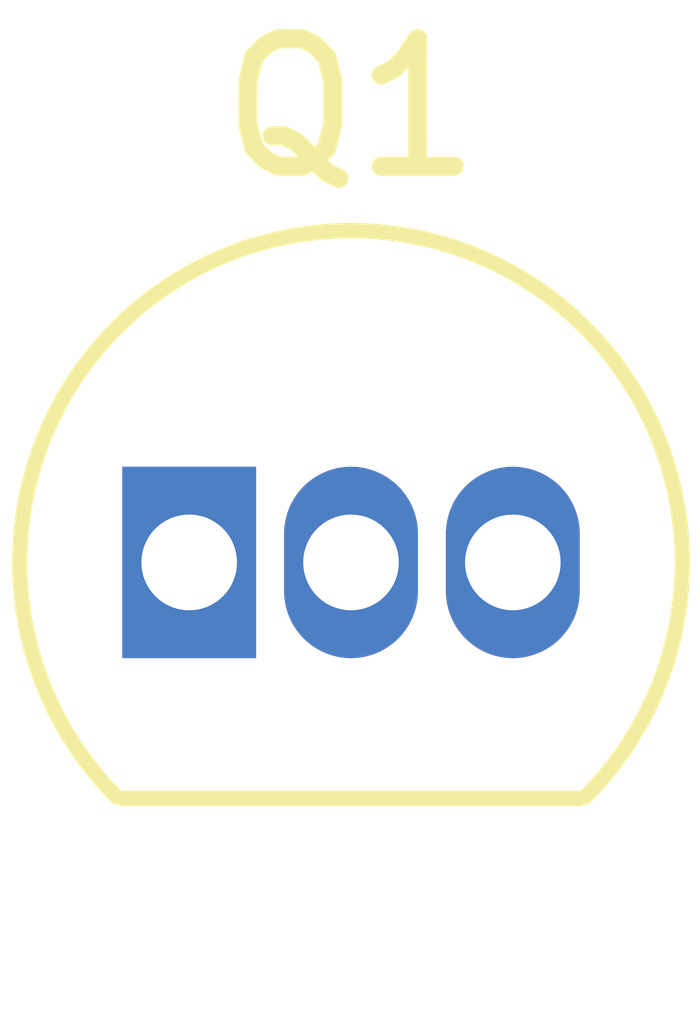
<source format=kicad_pcb>
(kicad_pcb (version 20171130) (host pcbnew "(5.1.4-0-10_14)")

  (general
    (thickness 1.6)
    (drawings 0)
    (tracks 0)
    (zones 0)
    (modules 1)
    (nets 4)
  )

  (page A4)
  (layers
    (0 F.Cu signal)
    (31 B.Cu signal)
    (32 B.Adhes user)
    (33 F.Adhes user)
    (34 B.Paste user)
    (35 F.Paste user)
    (36 B.SilkS user)
    (37 F.SilkS user)
    (38 B.Mask user)
    (39 F.Mask user)
    (40 Dwgs.User user)
    (41 Cmts.User user)
    (42 Eco1.User user)
    (43 Eco2.User user)
    (44 Edge.Cuts user)
    (45 Margin user)
    (46 B.CrtYd user)
    (47 F.CrtYd user)
    (48 B.Fab user)
    (49 F.Fab user)
  )

  (setup
    (last_trace_width 0.25)
    (trace_clearance 0.2)
    (zone_clearance 0.508)
    (zone_45_only no)
    (trace_min 0.2)
    (via_size 0.8)
    (via_drill 0.4)
    (via_min_size 0.4)
    (via_min_drill 0.3)
    (uvia_size 0.3)
    (uvia_drill 0.1)
    (uvias_allowed no)
    (uvia_min_size 0.2)
    (uvia_min_drill 0.1)
    (edge_width 0.05)
    (segment_width 0.2)
    (pcb_text_width 0.3)
    (pcb_text_size 1.5 1.5)
    (mod_edge_width 0.12)
    (mod_text_size 1 1)
    (mod_text_width 0.15)
    (pad_size 1.524 1.524)
    (pad_drill 0.762)
    (pad_to_mask_clearance 0.051)
    (solder_mask_min_width 0.25)
    (aux_axis_origin 0 0)
    (visible_elements FFFFFF7F)
    (pcbplotparams
      (layerselection 0x010fc_ffffffff)
      (usegerberextensions false)
      (usegerberattributes false)
      (usegerberadvancedattributes false)
      (creategerberjobfile false)
      (excludeedgelayer true)
      (linewidth 0.100000)
      (plotframeref false)
      (viasonmask false)
      (mode 1)
      (useauxorigin false)
      (hpglpennumber 1)
      (hpglpenspeed 20)
      (hpglpendiameter 15.000000)
      (psnegative false)
      (psa4output false)
      (plotreference true)
      (plotvalue true)
      (plotinvisibletext false)
      (padsonsilk false)
      (subtractmaskfromsilk false)
      (outputformat 1)
      (mirror false)
      (drillshape 1)
      (scaleselection 1)
      (outputdirectory ""))
  )

  (net 0 "")
  (net 1 "Net-(Q1-Pad1)")
  (net 2 "Net-(Q1-Pad3)")
  (net 3 "Net-(Q1-Pad2)")

  (net_class Default "This is the default net class."
    (clearance 0.2)
    (trace_width 0.25)
    (via_dia 0.8)
    (via_drill 0.4)
    (uvia_dia 0.3)
    (uvia_drill 0.1)
    (add_net "Net-(Q1-Pad1)")
    (add_net "Net-(Q1-Pad2)")
    (add_net "Net-(Q1-Pad3)")
  )

  (module Package_TO_SOT_THT:TO-92_Inline (layer F.Cu) (tedit 5A1DD157) (tstamp 5D98E211)
    (at 104.14 49.53)
    (descr "TO-92 leads in-line, narrow, oval pads, drill 0.75mm (see NXP sot054_po.pdf)")
    (tags "to-92 sc-43 sc-43a sot54 PA33 transistor")
    (path /5D99479D)
    (fp_text reference Q1 (at 1.27 -3.56) (layer F.SilkS)
      (effects (font (size 1 1) (thickness 0.15)))
    )
    (fp_text value BC560 (at 1.27 2.79) (layer F.Fab)
      (effects (font (size 1 1) (thickness 0.15)))
    )
    (fp_arc (start 1.27 0) (end 1.27 -2.6) (angle 135) (layer F.SilkS) (width 0.12))
    (fp_arc (start 1.27 0) (end 1.27 -2.48) (angle -135) (layer F.Fab) (width 0.1))
    (fp_arc (start 1.27 0) (end 1.27 -2.6) (angle -135) (layer F.SilkS) (width 0.12))
    (fp_arc (start 1.27 0) (end 1.27 -2.48) (angle 135) (layer F.Fab) (width 0.1))
    (fp_line (start 4 2.01) (end -1.46 2.01) (layer F.CrtYd) (width 0.05))
    (fp_line (start 4 2.01) (end 4 -2.73) (layer F.CrtYd) (width 0.05))
    (fp_line (start -1.46 -2.73) (end -1.46 2.01) (layer F.CrtYd) (width 0.05))
    (fp_line (start -1.46 -2.73) (end 4 -2.73) (layer F.CrtYd) (width 0.05))
    (fp_line (start -0.5 1.75) (end 3 1.75) (layer F.Fab) (width 0.1))
    (fp_line (start -0.53 1.85) (end 3.07 1.85) (layer F.SilkS) (width 0.12))
    (fp_text user %R (at 1.27 -3.56) (layer F.Fab)
      (effects (font (size 1 1) (thickness 0.15)))
    )
    (pad 1 thru_hole rect (at 0 0) (size 1.05 1.5) (drill 0.75) (layers *.Cu *.Mask)
      (net 1 "Net-(Q1-Pad1)"))
    (pad 3 thru_hole oval (at 2.54 0) (size 1.05 1.5) (drill 0.75) (layers *.Cu *.Mask)
      (net 2 "Net-(Q1-Pad3)"))
    (pad 2 thru_hole oval (at 1.27 0) (size 1.05 1.5) (drill 0.75) (layers *.Cu *.Mask)
      (net 3 "Net-(Q1-Pad2)"))
    (model ${KISYS3DMOD}/Package_TO_SOT_THT.3dshapes/TO-92_Inline.wrl
      (at (xyz 0 0 0))
      (scale (xyz 1 1 1))
      (rotate (xyz 0 0 0))
    )
  )

)

</source>
